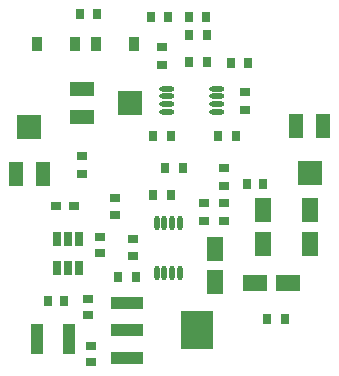
<source format=gtp>
%FSLAX25Y25*%
%MOIN*%
G70*
G01*
G75*
G04 Layer_Color=8421504*
%ADD10R,0.02756X0.03543*%
%ADD11R,0.10630X0.12992*%
%ADD12R,0.10630X0.03937*%
%ADD13R,0.03543X0.03150*%
%ADD14R,0.03150X0.03543*%
%ADD15R,0.04331X0.10236*%
%ADD16R,0.03543X0.02756*%
%ADD17R,0.02756X0.05118*%
%ADD18R,0.03347X0.02756*%
%ADD19R,0.08071X0.05709*%
%ADD20R,0.05709X0.08071*%
%ADD21O,0.01772X0.05118*%
%ADD22O,0.05118X0.01772*%
%ADD23R,0.03583X0.04803*%
%ADD24R,0.07874X0.05118*%
%ADD25R,0.07874X0.07874*%
%ADD26R,0.05118X0.07874*%
%ADD27R,0.07874X0.07874*%
%ADD28C,0.01000*%
%ADD29C,0.01600*%
%ADD30C,0.05906*%
%ADD31R,0.05906X0.05906*%
%ADD32C,0.02500*%
%ADD33C,0.10236*%
%ADD34C,0.00984*%
%ADD35C,0.01575*%
%ADD36C,0.00787*%
%ADD37C,0.00800*%
%ADD38C,0.00606*%
D10*
X-10827Y-31496D02*
D03*
X-4921D02*
D03*
X38961Y-45457D02*
D03*
X44866D02*
D03*
X6890Y-3937D02*
D03*
X984D02*
D03*
X4921Y4921D02*
D03*
X10827D02*
D03*
X6890Y15748D02*
D03*
X984D02*
D03*
X28543D02*
D03*
X22638D02*
D03*
X12795Y40354D02*
D03*
X18701D02*
D03*
X18701Y49213D02*
D03*
X12795D02*
D03*
X-17717Y56102D02*
D03*
X-23622D02*
D03*
D11*
X15551Y-49213D02*
D03*
D12*
X-7677Y-58268D02*
D03*
Y-49213D02*
D03*
Y-40157D02*
D03*
D13*
X-20669Y-38583D02*
D03*
Y-44094D02*
D03*
X-19685Y-59842D02*
D03*
Y-54331D02*
D03*
X-16732Y-17913D02*
D03*
Y-23425D02*
D03*
X-5906Y-18898D02*
D03*
Y-24409D02*
D03*
D14*
X-34252Y-39370D02*
D03*
X-28740D02*
D03*
X32096Y-403D02*
D03*
X37608D02*
D03*
X18504Y55118D02*
D03*
X12992D02*
D03*
X5709D02*
D03*
X197D02*
D03*
X26969Y40053D02*
D03*
X32480D02*
D03*
D15*
X-37795Y-52165D02*
D03*
X-27165D02*
D03*
D16*
X-11811Y-4921D02*
D03*
Y-10827D02*
D03*
X-22638Y8858D02*
D03*
Y2953D02*
D03*
X24606Y-6890D02*
D03*
Y-12795D02*
D03*
X17717Y-12795D02*
D03*
Y-6890D02*
D03*
X24606Y-984D02*
D03*
Y4921D02*
D03*
X31693Y24305D02*
D03*
Y30210D02*
D03*
X3937Y39370D02*
D03*
Y45276D02*
D03*
D17*
X-23819Y-28346D02*
D03*
X-27559D02*
D03*
X-31299D02*
D03*
Y-18898D02*
D03*
X-27559D02*
D03*
X-23819D02*
D03*
D18*
X-31594Y-7874D02*
D03*
X-25492D02*
D03*
D19*
X34744Y-33465D02*
D03*
X45965D02*
D03*
D20*
X21654Y-21949D02*
D03*
Y-33169D02*
D03*
X37402Y-9154D02*
D03*
Y-20374D02*
D03*
X53150Y-20374D02*
D03*
Y-9154D02*
D03*
D21*
X9744Y-13386D02*
D03*
X7185D02*
D03*
X4626D02*
D03*
X2067D02*
D03*
X9744Y-29921D02*
D03*
X7185D02*
D03*
X4626D02*
D03*
X2067D02*
D03*
D22*
X22047Y23720D02*
D03*
Y26280D02*
D03*
Y28839D02*
D03*
Y31398D02*
D03*
X5512Y23720D02*
D03*
Y26280D02*
D03*
Y28839D02*
D03*
Y31398D02*
D03*
D23*
X-18248Y46260D02*
D03*
X-5374D02*
D03*
X-25059D02*
D03*
X-37933D02*
D03*
D24*
X-22638Y22047D02*
D03*
Y31102D02*
D03*
D25*
X-6890Y26575D02*
D03*
D26*
X-35827Y2953D02*
D03*
X-44882D02*
D03*
X48622Y19003D02*
D03*
X57677D02*
D03*
D27*
X-40354Y18701D02*
D03*
X53150Y3255D02*
D03*
M02*

</source>
